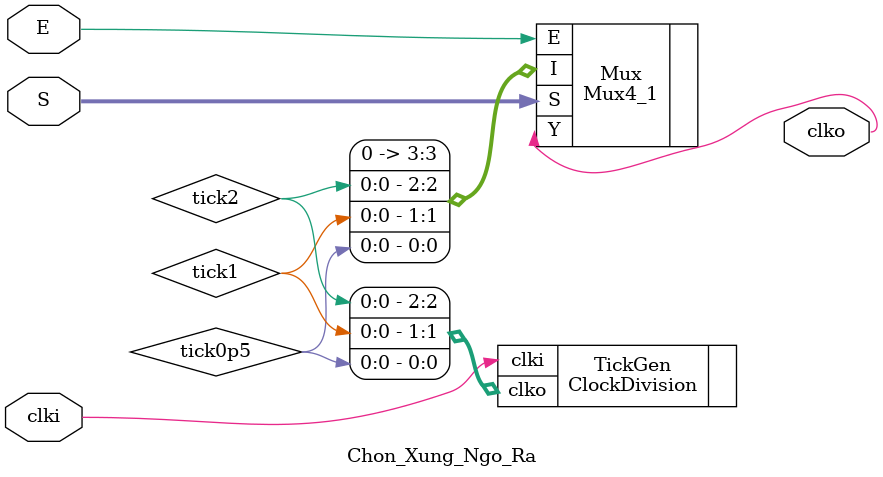
<source format=v>
`timescale 1ns / 1ps
module Chon_Xung_Ngo_Ra(
    input wire clki,
    input wire [1:0] S,
    input wire E,
    output wire clko
    );

	wire tick0p5, tick1, tick2;
	
	ClockDivision TickGen(.clki(clki), .clko({tick2, tick1, tick0p5}));
	
	Mux4_1 Mux (.I({1'b0, tick2, tick1, tick0p5}), .S(S), .E(E), .Y(clko));

endmodule

</source>
